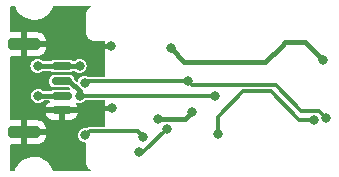
<source format=gbr>
%TF.GenerationSoftware,KiCad,Pcbnew,7.0.7-7.0.7~ubuntu23.04.1*%
%TF.CreationDate,2023-10-04T13:22:59+00:00*%
%TF.ProjectId,TFHT01,54464854-3031-42e6-9b69-6361645f7063,rev?*%
%TF.SameCoordinates,Original*%
%TF.FileFunction,Copper,L1,Top*%
%TF.FilePolarity,Positive*%
%FSLAX46Y46*%
G04 Gerber Fmt 4.6, Leading zero omitted, Abs format (unit mm)*
G04 Created by KiCad (PCBNEW 7.0.7-7.0.7~ubuntu23.04.1) date 2023-10-04 13:22:59*
%MOMM*%
%LPD*%
G01*
G04 APERTURE LIST*
G04 Aperture macros list*
%AMRoundRect*
0 Rectangle with rounded corners*
0 $1 Rounding radius*
0 $2 $3 $4 $5 $6 $7 $8 $9 X,Y pos of 4 corners*
0 Add a 4 corners polygon primitive as box body*
4,1,4,$2,$3,$4,$5,$6,$7,$8,$9,$2,$3,0*
0 Add four circle primitives for the rounded corners*
1,1,$1+$1,$2,$3*
1,1,$1+$1,$4,$5*
1,1,$1+$1,$6,$7*
1,1,$1+$1,$8,$9*
0 Add four rect primitives between the rounded corners*
20,1,$1+$1,$2,$3,$4,$5,0*
20,1,$1+$1,$4,$5,$6,$7,0*
20,1,$1+$1,$6,$7,$8,$9,0*
20,1,$1+$1,$8,$9,$2,$3,0*%
G04 Aperture macros list end*
%TA.AperFunction,SMDPad,CuDef*%
%ADD10RoundRect,0.150000X-0.700000X0.150000X-0.700000X-0.150000X0.700000X-0.150000X0.700000X0.150000X0*%
%TD*%
%TA.AperFunction,SMDPad,CuDef*%
%ADD11RoundRect,0.250000X-1.100000X0.250000X-1.100000X-0.250000X1.100000X-0.250000X1.100000X0.250000X0*%
%TD*%
%TA.AperFunction,ViaPad*%
%ADD12C,0.800000*%
%TD*%
%TA.AperFunction,Conductor*%
%ADD13C,0.400000*%
%TD*%
%TA.AperFunction,Conductor*%
%ADD14C,0.300000*%
%TD*%
G04 APERTURE END LIST*
D10*
%TO.P,J2,1*%
%TO.N,+5V*%
X4847200Y9375000D03*
%TO.P,J2,2*%
%TO.N,/SCL*%
X4847200Y8125000D03*
%TO.P,J2,3*%
%TO.N,/SDA*%
X4847200Y6875000D03*
%TO.P,J2,4*%
%TO.N,GND*%
X4847200Y5625000D03*
D11*
%TO.P,J2,MP*%
X1647200Y11225000D03*
X1647200Y3775000D03*
%TD*%
D12*
%TO.N,GND*%
X14096000Y10875000D03*
X4191000Y4318000D03*
X1143000Y12827000D03*
X3937000Y12065000D03*
X2159000Y12827000D03*
X3175000Y12827000D03*
X1143000Y5461000D03*
X15850000Y5500000D03*
X12983983Y4892197D03*
X1143000Y2286000D03*
X1651000Y9779000D03*
X3429000Y2286000D03*
X4191000Y3175000D03*
X1016000Y8890000D03*
X2286000Y2286000D03*
X5080000Y10668000D03*
X1016000Y7747000D03*
X9046000Y11125000D03*
X26950000Y9875000D03*
X9121000Y5875000D03*
X1016000Y6604000D03*
X4064000Y10668000D03*
%TO.N,Net-(D3-K)*%
X11404600Y2082800D03*
X13766800Y4092697D03*
%TO.N,+5V*%
X2794000Y9398000D03*
X6350000Y9398000D03*
%TO.N,/SDA*%
X2850000Y6875000D03*
X6771000Y7950000D03*
X15494000Y8128000D03*
X27225000Y5000000D03*
%TO.N,/SCL*%
X6350000Y6858000D03*
X17780000Y6858000D03*
%TO.N,Net-(D3-A)*%
X11756232Y3386568D03*
X6836304Y3528579D03*
%TO.N,Net-(JP1-C)*%
X26237155Y4847787D03*
X18034000Y3600500D03*
%TD*%
D13*
%TO.N,GND*%
X22080808Y9753600D02*
X15217400Y9753600D01*
X23452408Y11125200D02*
X22080808Y9753600D01*
X5537000Y11125000D02*
X5080000Y10668000D01*
X12983983Y4892197D02*
X15242197Y4892197D01*
X6796000Y5625000D02*
X4650000Y5625000D01*
X25395000Y11430000D02*
X23774400Y11430000D01*
X15217400Y9753600D02*
X14096000Y10875000D01*
X23774400Y11430000D02*
X23469600Y11125200D01*
X9046000Y11125000D02*
X5537000Y11125000D01*
X9121000Y5875000D02*
X7046000Y5875000D01*
X23469600Y11125200D02*
X23452408Y11125200D01*
X26950000Y9875000D02*
X25395000Y11430000D01*
X7046000Y5875000D02*
X6796000Y5625000D01*
X15242197Y4892197D02*
X15850000Y5500000D01*
D14*
%TO.N,Net-(D3-K)*%
X11756903Y2082800D02*
X11404600Y2082800D01*
X13766800Y4092697D02*
X11756903Y2082800D01*
D13*
%TO.N,+5V*%
X4627000Y9398000D02*
X4650000Y9375000D01*
X6327000Y9375000D02*
X6350000Y9398000D01*
X4650000Y9375000D02*
X6327000Y9375000D01*
X2794000Y9398000D02*
X4627000Y9398000D01*
D14*
%TO.N,/SDA*%
X27225000Y5000000D02*
X26627213Y5597787D01*
D13*
X4650000Y6875000D02*
X2850000Y6875000D01*
D14*
X6949000Y8128000D02*
X6771000Y7950000D01*
X26627213Y5597787D02*
X25136213Y5597787D01*
X15494000Y8128000D02*
X6949000Y8128000D01*
X15849600Y7772400D02*
X15494000Y8128000D01*
X25136213Y5597787D02*
X22961600Y7772400D01*
X22961600Y7772400D02*
X15849600Y7772400D01*
D13*
%TO.N,/SCL*%
X4650000Y8125000D02*
X5465334Y8125000D01*
D14*
X17780000Y6858000D02*
X6350000Y6858000D01*
D13*
X6350000Y7240334D02*
X6350000Y6858000D01*
X5465334Y8125000D02*
X6350000Y7240334D01*
D14*
%TO.N,Net-(D3-A)*%
X11256600Y3886200D02*
X7193925Y3886200D01*
X11756232Y3386568D02*
X11256600Y3886200D01*
X7193925Y3886200D02*
X6836304Y3528579D01*
%TO.N,Net-(JP1-C)*%
X20226400Y7272400D02*
X22529682Y7272400D01*
X18034000Y5080000D02*
X20226400Y7272400D01*
X24954295Y4847787D02*
X26237155Y4847787D01*
X18034000Y3600500D02*
X18034000Y5080000D01*
X22529682Y7272400D02*
X24954295Y4847787D01*
%TD*%
%TA.AperFunction,Conductor*%
%TO.N,GND*%
G36*
X868423Y14482187D02*
G01*
X890499Y14450517D01*
X943721Y14302332D01*
X993279Y14211195D01*
X1068456Y14072947D01*
X1068458Y14072944D01*
X1068459Y14072943D01*
X1226750Y13865284D01*
X1414886Y13684222D01*
X1527491Y13605018D01*
X1628457Y13534000D01*
X1628459Y13533999D01*
X1862456Y13418139D01*
X2046937Y13359758D01*
X2111395Y13339359D01*
X2369445Y13299500D01*
X2565172Y13299500D01*
X2565177Y13299500D01*
X2760344Y13314484D01*
X2760350Y13314486D01*
X2760354Y13314486D01*
X2866647Y13339360D01*
X3014586Y13373979D01*
X3256766Y13471586D01*
X3361752Y13534001D01*
X3481204Y13605015D01*
X3481205Y13605017D01*
X3481208Y13605018D01*
X3682652Y13771148D01*
X3856375Y13966080D01*
X3998306Y14185247D01*
X4105118Y14423511D01*
X4111053Y14445110D01*
X4140352Y14486387D01*
X4182408Y14499500D01*
X7211729Y14499500D01*
X7259295Y14482187D01*
X7284605Y14438350D01*
X7275815Y14388500D01*
X7252841Y14363971D01*
X7189711Y14321790D01*
X7078210Y14210289D01*
X6990603Y14079175D01*
X6930264Y13933502D01*
X6930261Y13933492D01*
X6899500Y13778841D01*
X6899500Y12221160D01*
X6930261Y12066509D01*
X6930264Y12066499D01*
X6990603Y11920826D01*
X6990605Y11920823D01*
X6990606Y11920821D01*
X7078211Y11789711D01*
X7189711Y11678211D01*
X7320821Y11590606D01*
X7320826Y11590604D01*
X7320825Y11590604D01*
X7466498Y11530265D01*
X7466503Y11530263D01*
X7621158Y11499500D01*
X7621160Y11499500D01*
X8422189Y11499500D01*
X8469755Y11482187D01*
X8495065Y11438350D01*
X8496189Y11425482D01*
X8495795Y9775500D01*
X8495504Y8555682D01*
X8495503Y8552482D01*
X8478179Y8504920D01*
X8434336Y8479621D01*
X8421503Y8478500D01*
X7078991Y8478500D01*
X7050672Y8484133D01*
X6927761Y8535045D01*
X6771000Y8555682D01*
X6614239Y8535045D01*
X6614238Y8535045D01*
X6468158Y8474536D01*
X6342720Y8378285D01*
X6342715Y8378280D01*
X6246464Y8252842D01*
X6188506Y8112921D01*
X6154308Y8075601D01*
X6104122Y8068994D01*
X6067813Y8088914D01*
X5919374Y8237353D01*
X5897982Y8283229D01*
X5897700Y8289679D01*
X5897700Y8308254D01*
X5897700Y8308260D01*
X5887773Y8376393D01*
X5836398Y8481483D01*
X5753683Y8564198D01*
X5753682Y8564199D01*
X5648594Y8615573D01*
X5580464Y8625500D01*
X5580460Y8625500D01*
X4113940Y8625500D01*
X4113935Y8625500D01*
X4045806Y8615573D01*
X4045805Y8615573D01*
X3940717Y8564199D01*
X3858001Y8481483D01*
X3806627Y8376395D01*
X3806627Y8376394D01*
X3796700Y8308265D01*
X3796700Y7941736D01*
X3806627Y7873607D01*
X3806627Y7873606D01*
X3858001Y7768518D01*
X3858001Y7768517D01*
X3858002Y7768517D01*
X3940717Y7685802D01*
X4045807Y7634427D01*
X4113940Y7624500D01*
X5368789Y7624500D01*
X5416355Y7607187D01*
X5421115Y7602826D01*
X5522115Y7501826D01*
X5543507Y7455950D01*
X5530406Y7407055D01*
X5488942Y7378021D01*
X5469789Y7375500D01*
X4113935Y7375500D01*
X4045806Y7365573D01*
X4045805Y7365573D01*
X3940717Y7314199D01*
X3923693Y7297174D01*
X3877817Y7275782D01*
X3871367Y7275500D01*
X3336092Y7275500D01*
X3288526Y7292813D01*
X3281745Y7299895D01*
X3281707Y7299856D01*
X3278277Y7303287D01*
X3152841Y7399536D01*
X3006761Y7460045D01*
X2850000Y7480682D01*
X2693239Y7460045D01*
X2693238Y7460045D01*
X2547158Y7399536D01*
X2421720Y7303285D01*
X2421715Y7303280D01*
X2325464Y7177842D01*
X2264955Y7031762D01*
X2264955Y7031761D01*
X2244318Y6875000D01*
X2264955Y6718240D01*
X2264955Y6718239D01*
X2325464Y6572159D01*
X2421715Y6446721D01*
X2421720Y6446716D01*
X2443875Y6429716D01*
X2547159Y6350464D01*
X2693238Y6289956D01*
X2850000Y6269318D01*
X3006762Y6289956D01*
X3152841Y6350464D01*
X3264056Y6435802D01*
X3278277Y6446714D01*
X3278279Y6446716D01*
X3278282Y6446718D01*
X3278285Y6446723D01*
X3281707Y6450144D01*
X3282831Y6449020D01*
X3320077Y6472746D01*
X3336092Y6474500D01*
X3766866Y6474500D01*
X3814432Y6457187D01*
X3839742Y6413350D01*
X3830952Y6363500D01*
X3804535Y6336805D01*
X3740701Y6299055D01*
X3623145Y6181499D01*
X3538518Y6038402D01*
X3492207Y5879000D01*
X6202192Y5879000D01*
X6155881Y6038402D01*
X6072949Y6178632D01*
X6063638Y6228387D01*
X6088487Y6272487D01*
X6135869Y6290297D01*
X6164962Y6284669D01*
X6193238Y6272956D01*
X6350000Y6252318D01*
X6506762Y6272956D01*
X6652841Y6333464D01*
X6778282Y6429718D01*
X6799360Y6457187D01*
X6815751Y6478548D01*
X6858442Y6505746D01*
X6874459Y6507500D01*
X8420996Y6507500D01*
X8468562Y6490187D01*
X8493872Y6446350D01*
X8494995Y6433483D01*
X8494488Y4310681D01*
X8477165Y4263120D01*
X8433322Y4237821D01*
X8420489Y4236700D01*
X7237946Y4236700D01*
X7222761Y4238275D01*
X7208610Y4241242D01*
X7174449Y4236984D01*
X7169871Y4236700D01*
X7164877Y4236700D01*
X7143374Y4233112D01*
X7092531Y4226774D01*
X7086654Y4225024D01*
X7086553Y4225363D01*
X7084225Y4224617D01*
X7084340Y4224282D01*
X7078544Y4222293D01*
X7033479Y4197905D01*
X6987441Y4175399D01*
X6982454Y4171838D01*
X6982249Y4172125D01*
X6980290Y4170665D01*
X6980507Y4170386D01*
X6975670Y4166621D01*
X6960051Y4149655D01*
X6915097Y4126387D01*
X6895951Y4126409D01*
X6836304Y4134261D01*
X6679543Y4113624D01*
X6679542Y4113624D01*
X6533462Y4053115D01*
X6408024Y3956864D01*
X6408019Y3956859D01*
X6311768Y3831421D01*
X6251259Y3685341D01*
X6251259Y3685340D01*
X6230622Y3528579D01*
X6251259Y3371819D01*
X6251259Y3371818D01*
X6311768Y3225738D01*
X6408019Y3100300D01*
X6408024Y3100295D01*
X6471410Y3051658D01*
X6533463Y3004043D01*
X6679542Y2943535D01*
X6836304Y2922897D01*
X6836304Y2922898D01*
X6836305Y2922897D01*
X6837985Y2922897D01*
X6838937Y2922551D01*
X6841113Y2922264D01*
X6841049Y2921782D01*
X6885551Y2905584D01*
X6910861Y2861747D01*
X6910563Y2834461D01*
X6899500Y2778842D01*
X6899500Y1221160D01*
X6930261Y1066509D01*
X6930264Y1066499D01*
X6990603Y920826D01*
X7078210Y789712D01*
X7189711Y678211D01*
X7252841Y636029D01*
X7282773Y595207D01*
X7279462Y544697D01*
X7244458Y508131D01*
X7211729Y500500D01*
X4179143Y500500D01*
X4131577Y517813D01*
X4109500Y549484D01*
X4056279Y697668D01*
X3934932Y920821D01*
X3931543Y927054D01*
X3930792Y928039D01*
X3773250Y1134716D01*
X3585114Y1315778D01*
X3513867Y1365892D01*
X3371542Y1466001D01*
X3371540Y1466002D01*
X3137543Y1581862D01*
X2888606Y1660641D01*
X2630555Y1700500D01*
X2434823Y1700500D01*
X2365249Y1695159D01*
X2239660Y1685517D01*
X2239645Y1685515D01*
X1985412Y1626021D01*
X1743239Y1528417D01*
X1743222Y1528408D01*
X1518795Y1394986D01*
X1518792Y1394983D01*
X1317344Y1228849D01*
X1143628Y1033925D01*
X1143624Y1033919D01*
X1001693Y814753D01*
X1001693Y814752D01*
X894886Y576500D01*
X894883Y576492D01*
X894882Y576489D01*
X894336Y574500D01*
X888947Y554891D01*
X859648Y513613D01*
X817592Y500500D01*
X574500Y500500D01*
X526934Y517813D01*
X501624Y561650D01*
X500500Y574500D01*
X500500Y2693000D01*
X517813Y2740566D01*
X561650Y2765876D01*
X574500Y2767000D01*
X1393199Y2767000D01*
X1393199Y3521000D01*
X1901200Y3521000D01*
X1901200Y2767000D01*
X2797703Y2767000D01*
X2797704Y2767001D01*
X2901525Y2777607D01*
X3069724Y2833343D01*
X3220538Y2926366D01*
X3220542Y2926368D01*
X3345832Y3051658D01*
X3345834Y3051662D01*
X3438857Y3202476D01*
X3494593Y3370675D01*
X3505199Y3474496D01*
X3505200Y3474498D01*
X3505200Y3521000D01*
X1901200Y3521000D01*
X1393199Y3521000D01*
X1393200Y4783000D01*
X1901200Y4783000D01*
X1901200Y4029000D01*
X3505200Y4029000D01*
X3505200Y4075503D01*
X3505199Y4075505D01*
X3494593Y4179326D01*
X3438857Y4347525D01*
X3345834Y4498339D01*
X3345832Y4498342D01*
X3220542Y4623632D01*
X3220538Y4623635D01*
X3069724Y4716658D01*
X2901525Y4772394D01*
X2797704Y4783000D01*
X1901200Y4783000D01*
X1393200Y4783000D01*
X574500Y4783000D01*
X526934Y4800313D01*
X501624Y4844150D01*
X500500Y4857000D01*
X500500Y5371000D01*
X3492207Y5371000D01*
X3538518Y5211599D01*
X3623145Y5068502D01*
X3740701Y4950946D01*
X3883798Y4866319D01*
X4043446Y4819936D01*
X4080742Y4817000D01*
X4593199Y4817001D01*
X4593200Y4817002D01*
X4593200Y5371000D01*
X5101200Y5371000D01*
X5101200Y4817001D01*
X5613655Y4817001D01*
X5650952Y4819936D01*
X5810601Y4866319D01*
X5953698Y4950946D01*
X6071254Y5068502D01*
X6155881Y5211599D01*
X6202193Y5371000D01*
X5101200Y5371000D01*
X4593200Y5371000D01*
X3492207Y5371000D01*
X500500Y5371000D01*
X500500Y9398000D01*
X2188318Y9398000D01*
X2208955Y9241240D01*
X2208955Y9241239D01*
X2269464Y9095159D01*
X2365715Y8969721D01*
X2365720Y8969716D01*
X2387732Y8952826D01*
X2491159Y8873464D01*
X2637238Y8812956D01*
X2794000Y8792318D01*
X2950762Y8812956D01*
X3096841Y8873464D01*
X3222282Y8969718D01*
X3222285Y8969723D01*
X3225707Y8973144D01*
X3226831Y8972020D01*
X3264077Y8995746D01*
X3280092Y8997500D01*
X3848367Y8997500D01*
X3895933Y8980187D01*
X3900693Y8975826D01*
X3940717Y8935802D01*
X4045807Y8884427D01*
X4113940Y8874500D01*
X4113946Y8874500D01*
X5580454Y8874500D01*
X5580460Y8874500D01*
X5648593Y8884427D01*
X5753683Y8935802D01*
X5770707Y8952827D01*
X5816583Y8974218D01*
X5823033Y8974500D01*
X5890366Y8974500D01*
X5935414Y8959208D01*
X5965918Y8935802D01*
X6047159Y8873464D01*
X6193238Y8812956D01*
X6350000Y8792318D01*
X6506762Y8812956D01*
X6652841Y8873464D01*
X6778282Y8969718D01*
X6874536Y9095159D01*
X6935044Y9241238D01*
X6955682Y9398000D01*
X6935044Y9554762D01*
X6874536Y9700841D01*
X6817248Y9775500D01*
X6778284Y9826280D01*
X6778279Y9826285D01*
X6652841Y9922536D01*
X6506761Y9983045D01*
X6350000Y10003682D01*
X6193239Y9983045D01*
X6193238Y9983045D01*
X6047158Y9922536D01*
X5921720Y9826285D01*
X5921719Y9826284D01*
X5921716Y9826280D01*
X5904966Y9804452D01*
X5862276Y9777254D01*
X5846259Y9775500D01*
X5823033Y9775500D01*
X5775467Y9792813D01*
X5770707Y9797174D01*
X5753682Y9814199D01*
X5648594Y9865573D01*
X5580464Y9875500D01*
X5580460Y9875500D01*
X4113940Y9875500D01*
X4113935Y9875500D01*
X4045806Y9865573D01*
X4045805Y9865573D01*
X3940717Y9814199D01*
X3938022Y9812274D01*
X3895024Y9798500D01*
X3280092Y9798500D01*
X3232526Y9815813D01*
X3225745Y9822895D01*
X3225707Y9822856D01*
X3222277Y9826287D01*
X3096841Y9922536D01*
X2950761Y9983045D01*
X2794000Y10003682D01*
X2637239Y9983045D01*
X2637238Y9983045D01*
X2491158Y9922536D01*
X2365720Y9826285D01*
X2365715Y9826280D01*
X2269464Y9700842D01*
X2208955Y9554762D01*
X2208955Y9554761D01*
X2188318Y9398000D01*
X500500Y9398000D01*
X500500Y10143000D01*
X517813Y10190566D01*
X561650Y10215876D01*
X574500Y10217000D01*
X1393199Y10217000D01*
X1393199Y10971000D01*
X1901200Y10971000D01*
X1901200Y10217000D01*
X2797703Y10217000D01*
X2797704Y10217001D01*
X2901525Y10227607D01*
X3069724Y10283343D01*
X3220538Y10376366D01*
X3220542Y10376368D01*
X3345832Y10501658D01*
X3345834Y10501662D01*
X3438857Y10652476D01*
X3494593Y10820675D01*
X3505199Y10924496D01*
X3505200Y10924498D01*
X3505200Y10971000D01*
X1901200Y10971000D01*
X1393199Y10971000D01*
X1393200Y12233000D01*
X1901200Y12233000D01*
X1901200Y11479000D01*
X3505200Y11479000D01*
X3505200Y11525503D01*
X3505199Y11525505D01*
X3494593Y11629326D01*
X3438857Y11797525D01*
X3345834Y11948339D01*
X3345832Y11948342D01*
X3220542Y12073632D01*
X3220538Y12073635D01*
X3069724Y12166658D01*
X2901525Y12222394D01*
X2797704Y12233000D01*
X1901200Y12233000D01*
X1393200Y12233000D01*
X574500Y12233000D01*
X526934Y12250313D01*
X501624Y12294150D01*
X500500Y12307000D01*
X500500Y14425500D01*
X517813Y14473066D01*
X561650Y14498376D01*
X574500Y14499500D01*
X820857Y14499500D01*
X868423Y14482187D01*
G37*
%TD.AperFunction*%
%TD*%
M02*

</source>
